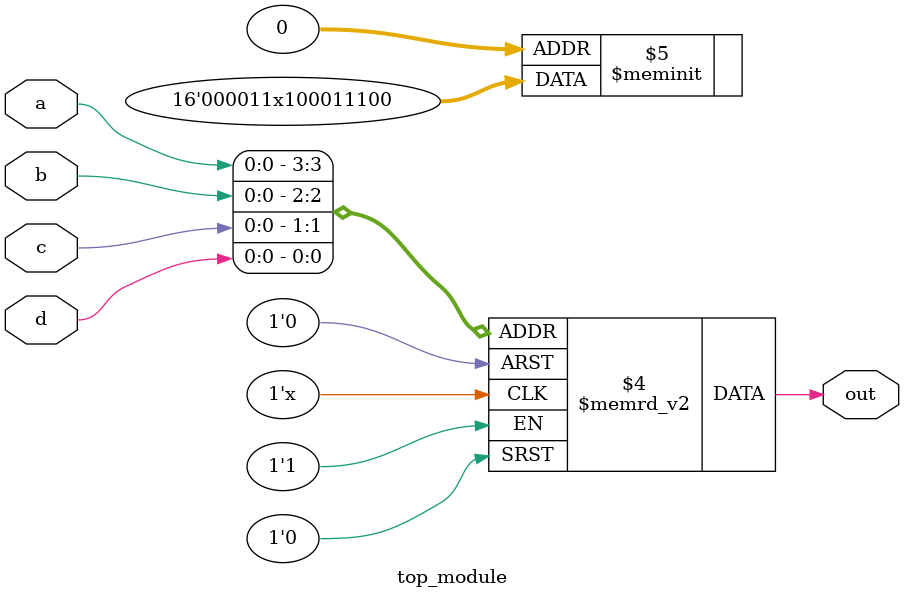
<source format=sv>
module top_module (
	input a, 
	input b,
	input c,
	input d,
	output reg out
);

always @(*) begin
    case ({a, b, c, d})
        4'b0000, 4'b0001, 4'b0101, 4'b0110, 4'b0111:
            out = 1'b0;
        4'b0010, 4'b0011, 4'b0100:
            out = 1'b1;
        4'b1000, 4'b1010, 4'b1011:
            out = 1'b1;
        4'b1001:
            out = 1'bx;
        default:
            out = 1'b0;
    endcase
end

endmodule

</source>
